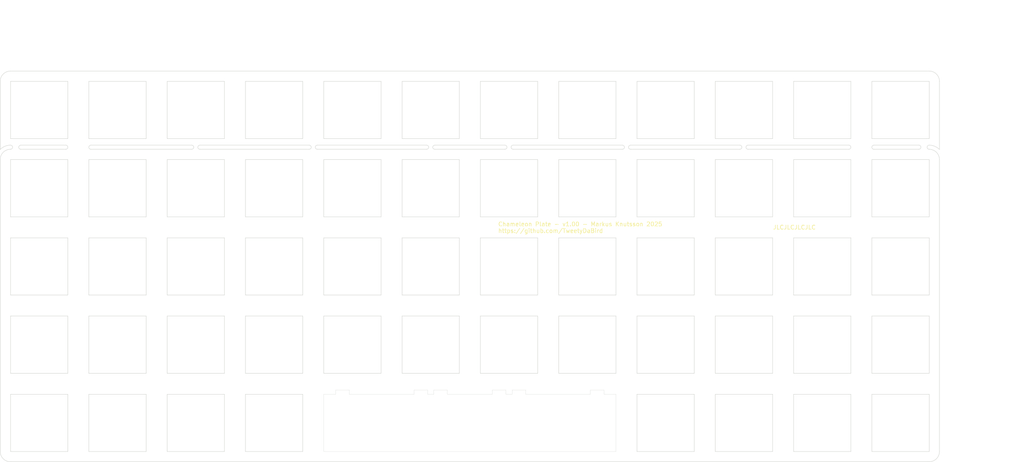
<source format=kicad_pcb>
(kicad_pcb (version 20241229) (generator "pcbnew") (generator_version "9.0")
  (title_block (title "Chameleon Plate") (date "2025-11-29") (rev "v1.00") (company "Tweety's Wild Thinking") (comment 1 "Markus Knutsson <markus.knutsson@tweety.se>") (comment 2 "https://github.com/TweetyDaBird") (comment 3 "Licensed under Creative Commons BY-SA 4.0 International "))
  (layers (0 "F.Cu" signal) (2 "B.Cu" signal) (13 "F.Paste" user) (15 "B.Paste" user) (5 "F.SilkS" user "F.Silkscreen") (7 "B.SilkS" user "B.Silkscreen") (1 "F.Mask" user) (3 "B.Mask" user) (25 "Edge.Cuts" user))
  (net 0 "")
  (footprint "Keyboard_Plate:SW_MX_Plate_Placeholder_nodrill_NOBORDER_13,9" (layer "F.Cu") (at 61.18 92.03)
    (property "Reference" "SW26" (hide yes))
    (property "Value" "PG151101S11" (hide yes))
    (fp_line (start -6.95 -6.95) (end -6.95 6.95) (stroke (width 0.1)) (layer "Edge.Cuts"))
    (fp_line (start -6.95 6.95) (end 6.95 6.95) (stroke (width 0.1)) (layer "Edge.Cuts"))
    (fp_line (start 6.95 -6.95) (end -6.95 -6.95) (stroke (width 0.1)) (layer "Edge.Cuts"))
    (fp_line (start 6.95 6.95) (end 6.95 -6.95) (stroke (width 0.1)) (layer "Edge.Cuts"))
  )
  (footprint "Keyboard_Plate:Spacer Plate hole" (layer "F.Cu") (at 51.68 63.53)
    (property "Reference" "H6" (hide yes))
    (property "Value" "Spacer_PCB" (hide yes))
    (pad "" np_thru_hole circle (at 0 0) (size 2.5 2.5) (drill 2.5) (layers "*.Cu" "*.Mask"))
  )
  (footprint "Keyboard_Plate:SW_MX_Plate_Placeholder_nodrill_NOBORDER_13,9" (layer "F.Cu") (at 213.18 73.03)
    (property "Reference" "SW22" (hide yes))
    (property "Value" "PG151101S11" (hide yes))
    (fp_line (start -6.95 -6.95) (end -6.95 6.95) (stroke (width 0.1)) (layer "Edge.Cuts"))
    (fp_line (start -6.95 6.95) (end 6.95 6.95) (stroke (width 0.1)) (layer "Edge.Cuts"))
    (fp_line (start 6.95 -6.95) (end -6.95 -6.95) (stroke (width 0.1)) (layer "Edge.Cuts"))
    (fp_line (start 6.95 6.95) (end 6.95 -6.95) (stroke (width 0.1)) (layer "Edge.Cuts"))
  )
  (footprint "Keyboard_Plate:SW_MX_Plate_Placeholder_nodrill_NOBORDER_13,9" (layer "F.Cu") (at 213.18 54.03)
    (property "Reference" "SW10" (hide yes))
    (property "Value" "PG151101S11" (hide yes))
    (fp_line (start -6.95 -6.95) (end -6.95 6.95) (stroke (width 0.1)) (layer "Edge.Cuts"))
    (fp_line (start -6.95 6.95) (end 6.95 6.95) (stroke (width 0.1)) (layer "Edge.Cuts"))
    (fp_line (start 6.95 -6.95) (end -6.95 -6.95) (stroke (width 0.1)) (layer "Edge.Cuts"))
    (fp_line (start 6.95 6.95) (end 6.95 -6.95) (stroke (width 0.1)) (layer "Edge.Cuts"))
  )
  (footprint "Keyboard_Plate:Spacer Plate hole" (layer "F.Cu") (at 89.73 120.53)
    (property "Reference" "H13" (hide yes))
    (property "Value" "Spacer_PCB" (hide yes))
    (pad "" np_thru_hole circle (at 0 0) (size 2.5 2.5) (drill 2.5) (layers "*.Cu" "*.Mask"))
  )
  (footprint "Keyboard_Plate:SW_MX_Plate_Placeholder_nodrill_NOBORDER_13,9" (layer "F.Cu") (at 61.18 111.03)
    (property "Reference" "SW38" (hide yes))
    (property "Value" "PG151101S11" (hide yes))
    (fp_line (start -6.95 -6.95) (end -6.95 6.95) (stroke (width 0.1)) (layer "Edge.Cuts"))
    (fp_line (start -6.95 6.95) (end 6.95 6.95) (stroke (width 0.1)) (layer "Edge.Cuts"))
    (fp_line (start 6.95 -6.95) (end -6.95 -6.95) (stroke (width 0.1)) (layer "Edge.Cuts"))
    (fp_line (start 6.95 6.95) (end 6.95 -6.95) (stroke (width 0.1)) (layer "Edge.Cuts"))
  )
  (footprint "Keyboard_Plate:SW_MX_Plate_Placeholder_nodrill_NOBORDER_13,9" (layer "F.Cu") (at 194.18 130.03)
    (property "Reference" "SW57" (hide yes))
    (property "Value" "PG151101S11" (hide yes))
    (fp_line (start -6.95 -6.95) (end -6.95 6.95) (stroke (width 0.1)) (layer "Edge.Cuts"))
    (fp_line (start -6.95 6.95) (end 6.95 6.95) (stroke (width 0.1)) (layer "Edge.Cuts"))
    (fp_line (start 6.95 -6.95) (end -6.95 -6.95) (stroke (width 0.1)) (layer "Edge.Cuts"))
    (fp_line (start 6.95 6.95) (end 6.95 -6.95) (stroke (width 0.1)) (layer "Edge.Cuts"))
  )
  (footprint "Keyboard_Plate:Special 4u center 19mm" (layer "F.Cu") (at 146.68 130.03 180)
    (property "Reference" "REF**" (hide yes))
    (property "Value" "Special 4u center 19mm")
    (fp_line (start 35.45 6.95) (end 35.45 -6.95) (stroke (width 0.05)) (layer "Edge.Cuts"))
    (fp_line (start 35.45 6.95) (end 32.55 6.95) (stroke (width 0.05)) (layer "Edge.Cuts"))
    (fp_line (start 32.55 7.97) (end 32.55 6.95) (stroke (width 0.05)) (layer "Edge.Cuts"))
    (fp_line (start 29.25 7.97) (end 32.55 7.97) (stroke (width 0.05)) (layer "Edge.Cuts"))
    (fp_line (start 29.25 7.97) (end 29.25 6.95) (stroke (width 0.05)) (layer "Edge.Cuts"))
    (fp_line (start 13.55 7.97) (end 13.55 6.95) (stroke (width 0.05)) (layer "Edge.Cuts"))
    (fp_line (start 13.55 6.95) (end 29.25 6.95) (stroke (width 0.05)) (layer "Edge.Cuts"))
    (fp_line (start 10.25 7.97) (end 13.55 7.97) (stroke (width 0.05)) (layer "Edge.Cuts"))
    (fp_line (start 10.25 7.97) (end 10.25 6.95) (stroke (width 0.05)) (layer "Edge.Cuts"))
    (fp_line (start 10.25 6.95) (end 8.75 6.95) (stroke (width 0.05)) (layer "Edge.Cuts"))
    (fp_line (start 8.75 7.97) (end 8.75 6.95) (stroke (width 0.05)) (layer "Edge.Cuts"))
    (fp_line (start 5.45 7.97) (end 8.75 7.97) (stroke (width 0.05)) (layer "Edge.Cuts"))
    (fp_line (start 5.45 7.97) (end 5.45 6.95) (stroke (width 0.05)) (layer "Edge.Cuts"))
    (fp_line (start -5.45 7.97) (end -5.45 6.95) (stroke (width 0.05)) (layer "Edge.Cuts"))
    (fp_line (start -5.45 6.95) (end 5.45 6.95) (stroke (width 0.05)) (layer "Edge.Cuts"))
    (fp_line (start -8.75 7.97) (end -5.45 7.97) (stroke (width 0.05)) (layer "Edge.Cuts"))
    (fp_line (start -8.75 7.97) (end -8.75 6.95) (stroke (width 0.05)) (layer "Edge.Cuts"))
    (fp_line (start -8.75 6.95) (end -10.25 6.95) (stroke (width 0.05)) (layer "Edge.Cuts"))
    (fp_line (start -10.25 7.97) (end -10.25 6.95) (stroke (width 0.05)) (layer "Edge.Cuts"))
    (fp_line (start -10.25 7.97) (end -13.55 7.97) (stroke (width 0.05)) (layer "Edge.Cuts"))
    (fp_line (start -13.55 7.97) (end -13.55 6.95) (stroke (width 0.05)) (layer "Edge.Cuts"))
    (fp_line (start -29.25 7.97) (end -29.25 6.95) (stroke (width 0.05)) (layer "Edge.Cuts"))
    (fp_line (start -29.25 7.97) (end -32.55 7.97) (stroke (width 0.05)) (layer "Edge.Cuts"))
    (fp_line (start -29.25 6.95) (end -13.55 6.95) (stroke (width 0.05)) (layer "Edge.Cuts"))
    (fp_line (start -32.55 7.97) (end -32.55 6.95) (stroke (width 0.05)) (layer "Edge.Cuts"))
    (fp_line (start -35.45 6.95) (end -32.55 6.95) (stroke (width 0.05)) (layer "Edge.Cuts"))
    (fp_line (start -35.45 -6.95) (end 35.45 -6.95) (stroke (width 0.05)) (layer "Edge.Cuts"))
    (fp_line (start -35.45 -6.95) (end -35.45 6.95) (stroke (width 0.05)) (layer "Edge.Cuts"))
  )
  (footprint "Keyboard_Plate:SW_MX_Plate_Placeholder_nodrill_NOBORDER_13,9" (layer "F.Cu") (at 42.18 130.03)
    (property "Reference" "SW42" (hide yes))
    (property "Value" "PG151101S11" (hide yes))
    (fp_line (start -6.95 -6.95) (end -6.95 6.95) (stroke (width 0.1)) (layer "Edge.Cuts"))
    (fp_line (start -6.95 6.95) (end 6.95 6.95) (stroke (width 0.1)) (layer "Edge.Cuts"))
    (fp_line (start 6.95 -6.95) (end -6.95 -6.95) (stroke (width 0.1)) (layer "Edge.Cuts"))
    (fp_line (start 6.95 6.95) (end 6.95 -6.95) (stroke (width 0.1)) (layer "Edge.Cuts"))
  )
  (footprint "Keyboard_Plate:SW_MX_Plate_Placeholder_nodrill_NOBORDER_13,9" (layer "F.Cu") (at 194.18 111.03)
    (property "Reference" "SW45" (hide yes))
    (property "Value" "PG151101S11" (hide yes))
    (fp_line (start -6.95 -6.95) (end -6.95 6.95) (stroke (width 0.1)) (layer "Edge.Cuts"))
    (fp_line (start -6.95 6.95) (end 6.95 6.95) (stroke (width 0.1)) (layer "Edge.Cuts"))
    (fp_line (start 6.95 -6.95) (end -6.95 -6.95) (stroke (width 0.1)) (layer "Edge.Cuts"))
    (fp_line (start 6.95 6.95) (end 6.95 -6.95) (stroke (width 0.1)) (layer "Edge.Cuts"))
  )
  (footprint "Keyboard_Plate:SW_MX_Plate_Placeholder_nodrill_NOBORDER_13,9" (layer "F.Cu") (at 118.18 92.03)
    (property "Reference" "SW29" (hide yes))
    (property "Value" "PG151101S11" (hide yes))
    (fp_line (start -6.95 -6.95) (end -6.95 6.95) (stroke (width 0.1)) (layer "Edge.Cuts"))
    (fp_line (start -6.95 6.95) (end 6.95 6.95) (stroke (width 0.1)) (layer "Edge.Cuts"))
    (fp_line (start 6.95 -6.95) (end -6.95 -6.95) (stroke (width 0.1)) (layer "Edge.Cuts"))
    (fp_line (start 6.95 6.95) (end 6.95 -6.95) (stroke (width 0.1)) (layer "Edge.Cuts"))
  )
  (footprint "Keyboard_Plate:SW_MX_Plate_Placeholder_nodrill_NOBORDER_13,9" (layer "F.Cu") (at 251.18 92.03)
    (property "Reference" "SW36" (hide yes))
    (property "Value" "PG151101S11" (hide yes))
    (fp_line (start -6.95 -6.95) (end -6.95 6.95) (stroke (width 0.1)) (layer "Edge.Cuts"))
    (fp_line (start -6.95 6.95) (end 6.95 6.95) (stroke (width 0.1)) (layer "Edge.Cuts"))
    (fp_line (start 6.95 -6.95) (end -6.95 -6.95) (stroke (width 0.1)) (layer "Edge.Cuts"))
    (fp_line (start 6.95 6.95) (end 6.95 -6.95) (stroke (width 0.1)) (layer "Edge.Cuts"))
  )
  (footprint "Keyboard_Plate:SW_MX_Plate_Placeholder_nodrill_NOBORDER_13,9" (layer "F.Cu") (at 175.18 111.03)
    (property "Reference" "SW37" (hide yes))
    (property "Value" "PG151101S11" (hide yes))
    (fp_line (start -6.95 -6.95) (end -6.95 6.95) (stroke (width 0.1)) (layer "Edge.Cuts"))
    (fp_line (start -6.95 6.95) (end 6.95 6.95) (stroke (width 0.1)) (layer "Edge.Cuts"))
    (fp_line (start 6.95 -6.95) (end -6.95 -6.95) (stroke (width 0.1)) (layer "Edge.Cuts"))
    (fp_line (start 6.95 6.95) (end 6.95 -6.95) (stroke (width 0.1)) (layer "Edge.Cuts"))
  )
  (footprint "Keyboard_Plate:SW_MX_Plate_Placeholder_nodrill_NOBORDER_13,9" (layer "F.Cu") (at 194.18 54.03)
    (property "Reference" "SW9" (hide yes))
    (property "Value" "PG151101S11" (hide yes))
    (fp_line (start -6.95 -6.95) (end -6.95 6.95) (stroke (width 0.1)) (layer "Edge.Cuts"))
    (fp_line (start -6.95 6.95) (end 6.95 6.95) (stroke (width 0.1)) (layer "Edge.Cuts"))
    (fp_line (start 6.95 -6.95) (end -6.95 -6.95) (stroke (width 0.1)) (layer "Edge.Cuts"))
    (fp_line (start 6.95 6.95) (end 6.95 -6.95) (stroke (width 0.1)) (layer "Edge.Cuts"))
  )
  (footprint "Keyboard_Plate:SW_MX_Plate_Placeholder_nodrill_NOBORDER_13,9" (layer "F.Cu") (at 156.18 111.03)
    (property "Reference" "SW12" (hide yes))
    (property "Value" "PG151101S11" (hide yes))
    (fp_line (start -6.95 -6.95) (end -6.95 6.95) (stroke (width 0.1)) (layer "Edge.Cuts"))
    (fp_line (start -6.95 6.95) (end 6.95 6.95) (stroke (width 0.1)) (layer "Edge.Cuts"))
    (fp_line (start 6.95 -6.95) (end -6.95 -6.95) (stroke (width 0.1)) (layer "Edge.Cuts"))
    (fp_line (start 6.95 6.95) (end 6.95 -6.95) (stroke (width 0.1)) (layer "Edge.Cuts"))
  )
  (footprint "Keyboard_Plate:Spacer Plate hole" (layer "F.Cu") (at 89.73 82.53)
    (property "Reference" "H14" (hide yes))
    (property "Value" "Spacer_PCB" (hide yes))
    (pad "" np_thru_hole circle (at 0 0) (size 2.5 2.5) (drill 2.5) (layers "*.Cu" "*.Mask"))
  )
  (footprint "Keyboard_Plate:SW_MX_Plate_Placeholder_nodrill_NOBORDER_13,9" (layer "F.Cu") (at 232.18 130.03)
    (property "Reference" "SW59" (hide yes))
    (property "Value" "PG151101S11" (hide yes))
    (fp_line (start -6.95 -6.95) (end -6.95 6.95) (stroke (width 0.1)) (layer "Edge.Cuts"))
    (fp_line (start -6.95 6.95) (end 6.95 6.95) (stroke (width 0.1)) (layer "Edge.Cuts"))
    (fp_line (start 6.95 -6.95) (end -6.95 -6.95) (stroke (width 0.1)) (layer "Edge.Cuts"))
    (fp_line (start 6.95 6.95) (end 6.95 -6.95) (stroke (width 0.1)) (layer "Edge.Cuts"))
  )
  (footprint "Keyboard_Plate:SW_MX_Plate_Placeholder_nodrill_NOBORDER_13,9" (layer "F.Cu") (at 137.18 92.03)
    (property "Reference" "SW30" (hide yes))
    (property "Value" "PG151101S11" (hide yes))
    (fp_line (start -6.95 -6.95) (end -6.95 6.95) (stroke (width 0.1)) (layer "Edge.Cuts"))
    (fp_line (start -6.95 6.95) (end 6.95 6.95) (stroke (width 0.1)) (layer "Edge.Cuts"))
    (fp_line (start 6.95 -6.95) (end -6.95 -6.95) (stroke (width 0.1)) (layer "Edge.Cuts"))
    (fp_line (start 6.95 6.95) (end 6.95 -6.95) (stroke (width 0.1)) (layer "Edge.Cuts"))
  )
  (footprint "Keyboard_Plate:SW_MX_Plate_Placeholder_nodrill_NOBORDER_13,9" (layer "F.Cu") (at 137.18 111.03)
    (property "Reference" "SW1" (hide yes))
    (property "Value" "PG151101S11" (hide yes))
    (fp_line (start -6.95 -6.95) (end -6.95 6.95) (stroke (width 0.1)) (layer "Edge.Cuts"))
    (fp_line (start -6.95 6.95) (end 6.95 6.95) (stroke (width 0.1)) (layer "Edge.Cuts"))
    (fp_line (start 6.95 -6.95) (end -6.95 -6.95) (stroke (width 0.1)) (layer "Edge.Cuts"))
    (fp_line (start 6.95 6.95) (end 6.95 -6.95) (stroke (width 0.1)) (layer "Edge.Cuts"))
  )
  (footprint "Keyboard_Plate:SW_MX_Plate_Placeholder_nodrill_NOBORDER_13,9" (layer "F.Cu") (at 156.18 73.03)
    (property "Reference" "SW19" (hide yes))
    (property "Value" "PG151101S11" (hide yes))
    (fp_line (start -6.95 -6.95) (end -6.95 6.95) (stroke (width 0.1)) (layer "Edge.Cuts"))
    (fp_line (start -6.95 6.95) (end 6.95 6.95) (stroke (width 0.1)) (layer "Edge.Cuts"))
    (fp_line (start 6.95 -6.95) (end -6.95 -6.95) (stroke (width 0.1)) (layer "Edge.Cuts"))
    (fp_line (start 6.95 6.95) (end 6.95 -6.95) (stroke (width 0.1)) (layer "Edge.Cuts"))
  )
  (footprint "Keyboard_Plate:SW_MX_Plate_Placeholder_nodrill_NOBORDER_13,9" (layer "F.Cu") (at 175.18 54.03)
    (property "Reference" "SW8" (hide yes))
    (property "Value" "PG151101S11" (hide yes))
    (fp_line (start -6.95 -6.95) (end -6.95 6.95) (stroke (width 0.1)) (layer "Edge.Cuts"))
    (fp_line (start -6.95 6.95) (end 6.95 6.95) (stroke (width 0.1)) (layer "Edge.Cuts"))
    (fp_line (start 6.95 -6.95) (end -6.95 -6.95) (stroke (width 0.1)) (layer "Edge.Cuts"))
    (fp_line (start 6.95 6.95) (end 6.95 -6.95) (stroke (width 0.1)) (layer "Edge.Cuts"))
  )
  (footprint "Keyboard_Plate:Spacer Plate hole" (layer "F.Cu") (at 241.68 101.53)
    (property "Reference" "H4" (hide yes))
    (property "Value" "Spacer_PCB" (hide yes))
    (pad "" np_thru_hole circle (at 0 0) (size 2.5 2.5) (drill 2.5) (layers "*.Cu" "*.Mask"))
  )
  (footprint "Keyboard_Plate:SW_MX_Plate_Placeholder_nodrill_NOBORDER_13,9" (layer "F.Cu") (at 232.18 73.03)
    (property "Reference" "SW23" (hide yes))
    (property "Value" "PG151101S11" (hide yes))
    (fp_line (start -6.95 -6.95) (end -6.95 6.95) (stroke (width 0.1)) (layer "Edge.Cuts"))
    (fp_line (start -6.95 6.95) (end 6.95 6.95) (stroke (width 0.1)) (layer "Edge.Cuts"))
    (fp_line (start 6.95 -6.95) (end -6.95 -6.95) (stroke (width 0.1)) (layer "Edge.Cuts"))
    (fp_line (start 6.95 6.95) (end 6.95 -6.95) (stroke (width 0.1)) (layer "Edge.Cuts"))
  )
  (footprint "Keyboard_Plate:SW_MX_Plate_Placeholder_nodrill_NOBORDER_13,9" (layer "F.Cu") (at 118.18 111.03)
    (property "Reference" "SW48" (hide yes))
    (property "Value" "PG151101S11" (hide yes))
    (fp_line (start -6.95 -6.95) (end -6.95 6.95) (stroke (width 0.1)) (layer "Edge.Cuts"))
    (fp_line (start -6.95 6.95) (end 6.95 6.95) (stroke (width 0.1)) (layer "Edge.Cuts"))
    (fp_line (start 6.95 -6.95) (end -6.95 -6.95) (stroke (width 0.1)) (layer "Edge.Cuts"))
    (fp_line (start 6.95 6.95) (end 6.95 -6.95) (stroke (width 0.1)) (layer "Edge.Cuts"))
  )
  (footprint "Keyboard_Plate:SW_MX_Plate_Placeholder_nodrill_NOBORDER_13,9" (layer "F.Cu") (at 156.18 54.03)
    (property "Reference" "SW7" (hide yes))
    (property "Value" "PG151101S11" (hide yes))
    (fp_line (start -6.95 -6.95) (end -6.95 6.95) (stroke (width 0.1)) (layer "Edge.Cuts"))
    (fp_line (start -6.95 6.95) (end 6.95 6.95) (stroke (width 0.1)) (layer "Edge.Cuts"))
    (fp_line (start 6.95 -6.95) (end -6.95 -6.95) (stroke (width 0.1)) (layer "Edge.Cuts"))
    (fp_line (start 6.95 6.95) (end 6.95 -6.95) (stroke (width 0.1)) (layer "Edge.Cuts"))
  )
  (footprint "Keyboard_Plate:SW_MX_Plate_Placeholder_nodrill_NOBORDER_13,9" (layer "F.Cu") (at 80.18 130.03)
    (property "Reference" "SW51" (hide yes))
    (property "Value" "PG151101S11" (hide yes))
    (fp_line (start -6.95 -6.95) (end -6.95 6.95) (stroke (width 0.1)) (layer "Edge.Cuts"))
    (fp_line (start -6.95 6.95) (end 6.95 6.95) (stroke (width 0.1)) (layer "Edge.Cuts"))
    (fp_line (start 6.95 -6.95) (end -6.95 -6.95) (stroke (width 0.1)) (layer "Edge.Cuts"))
    (fp_line (start 6.95 6.95) (end 6.95 -6.95) (stroke (width 0.1)) (layer "Edge.Cuts"))
  )
  (footprint "Keyboard_Plate:SW_MX_Plate_Placeholder_nodrill_NOBORDER_13,9" (layer "F.Cu") (at 118.18 54.03)
    (property "Reference" "SW5" (hide yes))
    (property "Value" "PG151101S11" (hide yes))
    (fp_line (start -6.95 -6.95) (end -6.95 6.95) (stroke (width 0.1)) (layer "Edge.Cuts"))
    (fp_line (start -6.95 6.95) (end 6.95 6.95) (stroke (width 0.1)) (layer "Edge.Cuts"))
    (fp_line (start 6.95 -6.95) (end -6.95 -6.95) (stroke (width 0.1)) (layer "Edge.Cuts"))
    (fp_line (start 6.95 6.95) (end 6.95 -6.95) (stroke (width 0.1)) (layer "Edge.Cuts"))
  )
  (footprint "Keyboard_Plate:SW_MX_Plate_Placeholder_nodrill_NOBORDER_13,9" (layer "F.Cu") (at 213.18 92.03)
    (property "Reference" "SW34" (hide yes))
    (property "Value" "PG151101S11" (hide yes))
    (fp_line (start -6.95 -6.95) (end -6.95 6.95) (stroke (width 0.1)) (layer "Edge.Cuts"))
    (fp_line (start -6.95 6.95) (end 6.95 6.95) (stroke (width 0.1)) (layer "Edge.Cuts"))
    (fp_line (start 6.95 -6.95) (end -6.95 -6.95) (stroke (width 0.1)) (layer "Edge.Cuts"))
    (fp_line (start 6.95 6.95) (end 6.95 -6.95) (stroke (width 0.1)) (layer "Edge.Cuts"))
  )
  (footprint "Keyboard_Plate:SW_MX_Plate_Placeholder_nodrill_NOBORDER_13,9" (layer "F.Cu") (at 42.18 92.03)
    (property "Reference" "SW25" (hide yes))
    (property "Value" "PG151101S11" (hide yes))
    (fp_line (start -6.95 -6.95) (end -6.95 6.95) (stroke (width 0.1)) (layer "Edge.Cuts"))
    (fp_line (start -6.95 6.95) (end 6.95 6.95) (stroke (width 0.1)) (layer "Edge.Cuts"))
    (fp_line (start 6.95 -6.95) (end -6.95 -6.95) (stroke (width 0.1)) (layer "Edge.Cuts"))
    (fp_line (start 6.95 6.95) (end 6.95 -6.95) (stroke (width 0.1)) (layer "Edge.Cuts"))
  )
  (footprint "Keyboard_Plate:SW_MX_Plate_Placeholder_nodrill_NOBORDER_13,9" (layer "F.Cu") (at 137.18 54.03)
    (property "Reference" "SW6" (hide yes))
    (property "Value" "PG151101S11" (hide yes))
    (fp_line (start -6.95 -6.95) (end -6.95 6.95) (stroke (width 0.1)) (layer "Edge.Cuts"))
    (fp_line (start -6.95 6.95) (end 6.95 6.95) (stroke (width 0.1)) (layer "Edge.Cuts"))
    (fp_line (start 6.95 -6.95) (end -6.95 -6.95) (stroke (width 0.1)) (layer "Edge.Cuts"))
    (fp_line (start 6.95 6.95) (end 6.95 -6.95) (stroke (width 0.1)) (layer "Edge.Cuts"))
  )
  (footprint "Keyboard_Plate:SW_MX_Plate_Placeholder_nodrill_NOBORDER_13,9" (layer "F.Cu") (at 213.18 130.03)
    (property "Reference" "SW58" (hide yes))
    (property "Value" "PG151101S11" (hide yes))
    (fp_line (start -6.95 -6.95) (end -6.95 6.95) (stroke (width 0.1)) (layer "Edge.Cuts"))
    (fp_line (start -6.95 6.95) (end 6.95 6.95) (stroke (width 0.1)) (layer "Edge.Cuts"))
    (fp_line (start 6.95 -6.95) (end -6.95 -6.95) (stroke (width 0.1)) (layer "Edge.Cuts"))
    (fp_line (start 6.95 6.95) (end 6.95 -6.95) (stroke (width 0.1)) (layer "Edge.Cuts"))
  )
  (footprint "Keyboard_Plate:SW_MX_Plate_Placeholder_nodrill_NOBORDER_13,9" (layer "F.Cu") (at 175.18 73.03)
    (property "Reference" "SW20" (hide yes))
    (property "Value" "PG151101S11" (hide yes))
    (fp_line (start -6.95 -6.95) (end -6.95 6.95) (stroke (width 0.1)) (layer "Edge.Cuts"))
    (fp_line (start -6.95 6.95) (end 6.95 6.95) (stroke (width 0.1)) (layer "Edge.Cuts"))
    (fp_line (start 6.95 -6.95) (end -6.95 -6.95) (stroke (width 0.1)) (layer "Edge.Cuts"))
    (fp_line (start 6.95 6.95) (end 6.95 -6.95) (stroke (width 0.1)) (layer "Edge.Cuts"))
  )
  (footprint "Keyboard_Plate:SW_MX_Plate_Placeholder_nodrill_NOBORDER_13,9" (layer "F.Cu") (at 251.18 73.03)
    (property "Reference" "SW24" (hide yes))
    (property "Value" "PG151101S11" (hide yes))
    (fp_line (start -6.95 -6.95) (end -6.95 6.95) (stroke (width 0.1)) (layer "Edge.Cuts"))
    (fp_line (start -6.95 6.95) (end 6.95 6.95) (stroke (width 0.1)) (layer "Edge.Cuts"))
    (fp_line (start 6.95 -6.95) (end -6.95 -6.95) (stroke (width 0.1)) (layer "Edge.Cuts"))
    (fp_line (start 6.95 6.95) (end 6.95 -6.95) (stroke (width 0.1)) (layer "Edge.Cuts"))
  )
  (footprint "Keyboard_Plate:SW_MX_Plate_Placeholder_nodrill_NOBORDER_13,9" (layer "F.Cu") (at 61.18 130.03)
    (property "Reference" "SW50" (hide yes))
    (property "Value" "PG151101S11" (hide yes))
    (fp_line (start -6.95 -6.95) (end -6.95 6.95) (stroke (width 0.1)) (layer "Edge.Cuts"))
    (fp_line (start -6.95 6.95) (end 6.95 6.95) (stroke (width 0.1)) (layer "Edge.Cuts"))
    (fp_line (start 6.95 -6.95) (end -6.95 -6.95) (stroke (width 0.1)) (layer "Edge.Cuts"))
    (fp_line (start 6.95 6.95) (end 6.95 -6.95) (stroke (width 0.1)) (layer "Edge.Cuts"))
  )
  (footprint "Keyboard_Plate:SW_MX_Plate_Placeholder_nodrill_NOBORDER_13,9" (layer "F.Cu") (at 232.18 54.03)
    (property "Reference" "SW11" (hide yes))
    (property "Value" "PG151101S11" (hide yes))
    (fp_line (start -6.95 -6.95) (end -6.95 6.95) (stroke (width 0.1)) (layer "Edge.Cuts"))
    (fp_line (start -6.95 6.95) (end 6.95 6.95) (stroke (width 0.1)) (layer "Edge.Cuts"))
    (fp_line (start 6.95 -6.95) (end -6.95 -6.95) (stroke (width 0.1)) (layer "Edge.Cuts"))
    (fp_line (start 6.95 6.95) (end 6.95 -6.95) (stroke (width 0.1)) (layer "Edge.Cuts"))
  )
  (footprint "Keyboard_Plate:SW_MX_Plate_Placeholder_nodrill_NOBORDER_13,9" (layer "F.Cu") (at 251.18 130.03)
    (property "Reference" "SW44" (hide yes))
    (property "Value" "PG151101S11" (hide yes))
    (fp_line (start -6.95 -6.95) (end -6.95 6.95) (stroke (width 0.1)) (layer "Edge.Cuts"))
    (fp_line (start -6.95 6.95) (end 6.95 6.95) (stroke (width 0.1)) (layer "Edge.Cuts"))
    (fp_line (start 6.95 -6.95) (end -6.95 -6.95) (stroke (width 0.1)) (layer "Edge.Cuts"))
    (fp_line (start 6.95 6.95) (end 6.95 -6.95) (stroke (width 0.1)) (layer "Edge.Cuts"))
  )
  (footprint "Keyboard_Plate:Spacer Plate hole" (layer "F.Cu") (at 51.68 101.53)
    (property "Reference" "H1" (hide yes))
    (property "Value" "Spacer_PCB" (hide yes))
    (pad "" np_thru_hole circle (at 0 0) (size 2.5 2.5) (drill 2.5) (layers "*.Cu" "*.Mask"))
  )
  (footprint "Keyboard_Plate:SW_MX_Plate_Placeholder_nodrill_NOBORDER_13,9" (layer "F.Cu") (at 137.18 73.03)
    (property "Reference" "SW18" (hide yes))
    (property "Value" "PG151101S11" (hide yes))
    (fp_line (start -6.95 -6.95) (end -6.95 6.95) (stroke (width 0.1)) (layer "Edge.Cuts"))
    (fp_line (start -6.95 6.95) (end 6.95 6.95) (stroke (width 0.1)) (layer "Edge.Cuts"))
    (fp_line (start 6.95 -6.95) (end -6.95 -6.95) (stroke (width 0.1)) (layer "Edge.Cuts"))
    (fp_line (start 6.95 6.95) (end 6.95 -6.95) (stroke (width 0.1)) (layer "Edge.Cuts"))
  )
  (footprint "Keyboard_Plate:SW_MX_Plate_Placeholder_nodrill_NOBORDER_13,9" (layer "F.Cu") (at 80.18 111.03)
    (property "Reference" "SW39" (hide yes))
    (property "Value" "PG151101S11" (hide yes))
    (fp_line (start -6.95 -6.95) (end -6.95 6.95) (stroke (width 0.1)) (layer "Edge.Cuts"))
    (fp_line (start -6.95 6.95) (end 6.95 6.95) (stroke (width 0.1)) (layer "Edge.Cuts"))
    (fp_line (start 6.95 -6.95) (end -6.95 -6.95) (stroke (width 0.1)) (layer "Edge.Cuts"))
    (fp_line (start 6.95 6.95) (end 6.95 -6.95) (stroke (width 0.1)) (layer "Edge.Cuts"))
  )
  (footprint "Keyboard_Plate:SW_MX_Plate_Placeholder_nodrill_NOBORDER_13,9" (layer "F.Cu") (at 99.18 73.03)
    (property "Reference" "SW16" (hide yes))
    (property "Value" "PG151101S11" (hide yes))
    (fp_line (start -6.95 -6.95) (end -6.95 6.95) (stroke (width 0.1)) (layer "Edge.Cuts"))
    (fp_line (start -6.95 6.95) (end 6.95 6.95) (stroke (width 0.1)) (layer "Edge.Cuts"))
    (fp_line (start 6.95 -6.95) (end -6.95 -6.95) (stroke (width 0.1)) (layer "Edge.Cuts"))
    (fp_line (start 6.95 6.95) (end 6.95 -6.95) (stroke (width 0.1)) (layer "Edge.Cuts"))
  )
  (footprint "Keyboard_Plate:Spacer Plate hole" (layer "F.Cu") (at 51.63 120.58)
    (property "Reference" "H2" (hide yes))
    (property "Value" "Spacer_PCB" (hide yes))
    (pad "" np_thru_hole circle (at 0 0) (size 2.5 2.5) (drill 2.5) (layers "*.Cu" "*.Mask"))
  )
  (footprint "Keyboard_Plate:Spacer Plate hole" (layer "F.Cu") (at 241.63 120.58)
    (property "Reference" "H5" (hide yes))
    (property "Value" "Spacer_PCB" (hide yes))
    (pad "" np_thru_hole circle (at 0 0) (size 2.5 2.5) (drill 2.5) (layers "*.Cu" "*.Mask"))
  )
  (footprint "Keyboard_Plate:SW_MX_Plate_Placeholder_nodrill_NOBORDER_13,9" (layer "F.Cu") (at 175.18 92.03)
    (property "Reference" "SW32" (hide yes))
    (property "Value" "PG151101S11" (hide yes))
    (fp_line (start -6.95 -6.95) (end -6.95 6.95) (stroke (width 0.1)) (layer "Edge.Cuts"))
    (fp_line (start -6.95 6.95) (end 6.95 6.95) (stroke (width 0.1)) (layer "Edge.Cuts"))
    (fp_line (start 6.95 -6.95) (end -6.95 -6.95) (stroke (width 0.1)) (layer "Edge.Cuts"))
    (fp_line (start 6.95 6.95) (end 6.95 -6.95) (stroke (width 0.1)) (layer "Edge.Cuts"))
  )
  (footprint "Keyboard_Plate:SW_MX_Plate_Placeholder_nodrill_NOBORDER_13,9" (layer "F.Cu") (at 232.18 111.03)
    (property "Reference" "SW47" (hide yes))
    (property "Value" "PG151101S11" (hide yes))
    (fp_line (start -6.95 -6.95) (end -6.95 6.95) (stroke (width 0.1)) (layer "Edge.Cuts"))
    (fp_line (start -6.95 6.95) (end 6.95 6.95) (stroke (width 0.1)) (layer "Edge.Cuts"))
    (fp_line (start 6.95 -6.95) (end -6.95 -6.95) (stroke (width 0.1)) (layer "Edge.Cuts"))
    (fp_line (start 6.95 6.95) (end 6.95 -6.95) (stroke (width 0.1)) (layer "Edge.Cuts"))
  )
  (footprint "Keyboard_Plate:Spacer Plate hole" (layer "F.Cu") (at 203.63 82.53)
    (property "Reference" "H11" (hide yes))
    (property "Value" "Spacer_PCB" (hide yes))
    (pad "" np_thru_hole circle (at 0 0) (size 2.5 2.5) (drill 2.5) (layers "*.Cu" "*.Mask"))
  )
  (footprint "Keyboard_Plate:SW_MX_Plate_Placeholder_nodrill_NOBORDER_13,9" (layer "F.Cu") (at 194.18 92.03)
    (property "Reference" "SW33" (hide yes))
    (property "Value" "PG151101S11" (hide yes))
    (fp_line (start -6.95 -6.95) (end -6.95 6.95) (stroke (width 0.1)) (layer "Edge.Cuts"))
    (fp_line (start -6.95 6.95) (end 6.95 6.95) (stroke (width 0.1)) (layer "Edge.Cuts"))
    (fp_line (start 6.95 -6.95) (end -6.95 -6.95) (stroke (width 0.1)) (layer "Edge.Cuts"))
    (fp_line (start 6.95 6.95) (end 6.95 -6.95) (stroke (width 0.1)) (layer "Edge.Cuts"))
  )
  (footprint "Keyboard_Plate:SW_MX_Plate_Placeholder_nodrill_NOBORDER_13,9" (layer "F.Cu") (at 99.18 92.03)
    (property "Reference" "SW28" (hide yes))
    (property "Value" "PG151101S11" (hide yes))
    (fp_line (start -6.95 -6.95) (end -6.95 6.95) (stroke (width 0.1)) (layer "Edge.Cuts"))
    (fp_line (start -6.95 6.95) (end 6.95 6.95) (stroke (width 0.1)) (layer "Edge.Cuts"))
    (fp_line (start 6.95 -6.95) (end -6.95 -6.95) (stroke (width 0.1)) (layer "Edge.Cuts"))
    (fp_line (start 6.95 6.95) (end 6.95 -6.95) (stroke (width 0.1)) (layer "Edge.Cuts"))
  )
  (footprint "Keyboard_Plate:Spacer Plate hole" (layer "F.Cu") (at 203.63 120.53)
    (property "Reference" "H12" (hide yes))
    (property "Value" "Spacer_PCB" (hide yes))
    (pad "" np_thru_hole circle (at 0 0) (size 2.5 2.5) (drill 2.5) (layers "*.Cu" "*.Mask"))
  )
  (footprint "Keyboard_Plate:SW_MX_Plate_Placeholder_nodrill_NOBORDER_13,9" (layer "F.Cu") (at 251.18 54.03)
    (property "Reference" "SW41" (hide yes))
    (property "Value" "PG151101S11" (hide yes))
    (fp_line (start -6.95 -6.95) (end -6.95 6.95) (stroke (width 0.1)) (layer "Edge.Cuts"))
    (fp_line (start -6.95 6.95) (end 6.95 6.95) (stroke (width 0.1)) (layer "Edge.Cuts"))
    (fp_line (start 6.95 -6.95) (end -6.95 -6.95) (stroke (width 0.1)) (layer "Edge.Cuts"))
    (fp_line (start 6.95 6.95) (end 6.95 -6.95) (stroke (width 0.1)) (layer "Edge.Cuts"))
  )
  (footprint "Keyboard_Plate:Spacer Plate hole" (layer "F.Cu") (at 241.68 63.53)
    (property "Reference" "H7" (hide yes))
    (property "Value" "Spacer_PCB" (hide yes))
    (pad "" np_thru_hole circle (at 0 0) (size 2.5 2.5) (drill 2.5) (layers "*.Cu" "*.Mask"))
  )
  (footprint "Keyboard_Plate:SW_MX_Plate_Placeholder_nodrill_NOBORDER_13,9" (layer "F.Cu") (at 61.18 73.03)
    (property "Reference" "SW14" (hide yes))
    (property "Value" "PG151101S11" (hide yes))
    (fp_line (start -6.95 -6.95) (end -6.95 6.95) (stroke (width 0.1)) (layer "Edge.Cuts"))
    (fp_line (start -6.95 6.95) (end 6.95 6.95) (stroke (width 0.1)) (layer "Edge.Cuts"))
    (fp_line (start 6.95 -6.95) (end -6.95 -6.95) (stroke (width 0.1)) (layer "Edge.Cuts"))
    (fp_line (start 6.95 6.95) (end 6.95 -6.95) (stroke (width 0.1)) (layer "Edge.Cuts"))
  )
  (footprint "Keyboard_Plate:SW_MX_Plate_Placeholder_nodrill_NOBORDER_13,9" (layer "F.Cu") (at 80.18 54.03 180)
    (property "Reference" "SW3" (hide yes))
    (property "Value" "PG151101S11" (hide yes))
    (fp_line (start 6.95 6.95) (end 6.95 -6.95) (stroke (width 0.1)) (layer "Edge.Cuts"))
    (fp_line (start 6.95 -6.95) (end -6.95 -6.95) (stroke (width 0.1)) (layer "Edge.Cuts"))
    (fp_line (start -6.95 6.95) (end 6.95 6.95) (stroke (width 0.1)) (layer "Edge.Cuts"))
    (fp_line (start -6.95 -6.95) (end -6.95 6.95) (stroke (width 0.1)) (layer "Edge.Cuts"))
  )
  (footprint "Keyboard_Plate:SW_MX_Plate_Placeholder_nodrill_NOBORDER_13,9" (layer "F.Cu") (at 42.18 54.03)
    (property "Reference" "SW54" (hide yes))
    (property "Value" "PG151101S11" (hide yes))
    (fp_line (start -6.95 -6.95) (end -6.95 6.95) (stroke (width 0.1)) (layer "Edge.Cuts"))
    (fp_line (start -6.95 6.95) (end 6.95 6.95) (stroke (width 0.1)) (layer "Edge.Cuts"))
    (fp_line (start 6.95 -6.95) (end -6.95 -6.95) (stroke (width 0.1)) (layer "Edge.Cuts"))
    (fp_line (start 6.95 6.95) (end 6.95 -6.95) (stroke (width 0.1)) (layer "Edge.Cuts"))
  )
  (footprint "Keyboard_Plate:SW_MX_Plate_Placeholder_nodrill_NOBORDER_13,9" (layer "F.Cu") (at 42.18 73.03)
    (property "Reference" "SW13" (hide yes))
    (property "Value" "PG151101S11" (hide yes))
    (fp_line (start -6.95 -6.95) (end -6.95 6.95) (stroke (width 0.1)) (layer "Edge.Cuts"))
    (fp_line (start -6.95 6.95) (end 6.95 6.95) (stroke (width 0.1)) (layer "Edge.Cuts"))
    (fp_line (start 6.95 -6.95) (end -6.95 -6.95) (stroke (width 0.1)) (layer "Edge.Cuts"))
    (fp_line (start 6.95 6.95) (end 6.95 -6.95) (stroke (width 0.1)) (layer "Edge.Cuts"))
  )
  (footprint "Keyboard_Plate:SW_MX_Plate_Placeholder_nodrill_NOBORDER_13,9" (layer "F.Cu") (at 61.18 54.03 180)
    (property "Reference" "SW2" (hide yes))
    (property "Value" "PG151101S11" (hide yes))
    (fp_line (start 6.95 6.95) (end 6.95 -6.95) (stroke (width 0.1)) (layer "Edge.Cuts"))
    (fp_line (start 6.95 -6.95) (end -6.95 -6.95) (stroke (width 0.1)) (layer "Edge.Cuts"))
    (fp_line (start -6.95 6.95) (end 6.95 6.95) (stroke (width 0.1)) (layer "Edge.Cuts"))
    (fp_line (start -6.95 -6.95) (end -6.95 6.95) (stroke (width 0.1)) (layer "Edge.Cuts"))
  )
  (footprint "Keyboard_Plate:SW_MX_Plate_Placeholder_nodrill_NOBORDER_13,9" (layer "F.Cu") (at 194.18 73.03)
    (property "Reference" "SW21" (hide yes))
    (property "Value" "PG151101S11" (hide yes))
    (fp_line (start -6.95 -6.95) (end -6.95 6.95) (stroke (width 0.1)) (layer "Edge.Cuts"))
    (fp_line (start -6.95 6.95) (end 6.95 6.95) (stroke (width 0.1)) (layer "Edge.Cuts"))
    (fp_line (start 6.95 -6.95) (end -6.95 -6.95) (stroke (width 0.1)) (layer "Edge.Cuts"))
    (fp_line (start 6.95 6.95) (end 6.95 -6.95) (stroke (width 0.1)) (layer "Edge.Cuts"))
  )
  (footprint "Keyboard_Plate:SW_MX_Plate_Placeholder_nodrill_NOBORDER_13,9" (layer "F.Cu") (at 42.18 111.03)
    (property "Reference" "SW63" (hide yes))
    (property "Value" "PG151101S11" (hide yes))
    (fp_line (start -6.95 -6.95) (end -6.95 6.95) (stroke (width 0.1)) (layer "Edge.Cuts"))
    (fp_line (start -6.95 6.95) (end 6.95 6.95) (stroke (width 0.1)) (layer "Edge.Cuts"))
    (fp_line (start 6.95 -6.95) (end -6.95 -6.95) (stroke (width 0.1)) (layer "Edge.Cuts"))
    (fp_line (start 6.95 6.95) (end 6.95 -6.95) (stroke (width 0.1)) (layer "Edge.Cuts"))
  )
  (footprint "Keyboard_Plate:SW_MX_Plate_Placeholder_nodrill_NOBORDER_13,9" (layer "F.Cu") (at 213.18 111.03)
    (property "Reference" "SW46" (hide yes))
    (property "Value" "PG151101S11" (hide yes))
    (fp_line (start -6.95 -6.95) (end -6.95 6.95) (stroke (width 0.1)) (layer "Edge.Cuts"))
    (fp_line (start -6.95 6.95) (end 6.95 6.95) (stroke (width 0.1)) (layer "Edge.Cuts"))
    (fp_line (start 6.95 -6.95) (end -6.95 -6.95) (stroke (width 0.1)) (layer "Edge.Cuts"))
    (fp_line (start 6.95 6.95) (end 6.95 -6.95) (stroke (width 0.1)) (layer "Edge.Cuts"))
  )
  (footprint "Keyboard_Plate:SW_MX_Plate_Placeholder_nodrill_NOBORDER_13,9" (layer "F.Cu") (at 251.18 111.03)
    (property "Reference" "SW53" (hide yes))
    (property "Value" "PG151101S11" (hide yes))
    (fp_line (start -6.95 -6.95) (end -6.95 6.95) (stroke (width 0.1)) (layer "Edge.Cuts"))
    (fp_line (start -6.95 6.95) (end 6.95 6.95) (stroke (width 0.1)) (layer "Edge.Cuts"))
    (fp_line (start 6.95 -6.95) (end -6.95 -6.95) (stroke (width 0.1)) (layer "Edge.Cuts"))
    (fp_line (start 6.95 6.95) (end 6.95 -6.95) (stroke (width 0.1)) (layer "Edge.Cuts"))
  )
  (footprint "Keyboard_Plate:SW_MX_Plate_Placeholder_nodrill_NOBORDER_13,9" (layer "F.Cu") (at 118.18 73.03)
    (property "Reference" "SW17" (hide yes))
    (property "Value" "PG151101S11" (hide yes))
    (fp_line (start -6.95 -6.95) (end -6.95 6.95) (stroke (width 0.1)) (layer "Edge.Cuts"))
    (fp_line (start -6.95 6.95) (end 6.95 6.95) (stroke (width 0.1)) (layer "Edge.Cuts"))
    (fp_line (start 6.95 -6.95) (end -6.95 -6.95) (stroke (width 0.1)) (layer "Edge.Cuts"))
    (fp_line (start 6.95 6.95) (end 6.95 -6.95) (stroke (width 0.1)) (layer "Edge.Cuts"))
  )
  (footprint "Keyboard_Plate:SW_MX_Plate_Placeholder_nodrill_NOBORDER_13,9" (layer "F.Cu") (at 80.18 92.03)
    (property "Reference" "SW27" (hide yes))
    (property "Value" "PG151101S11" (hide yes))
    (fp_line (start -6.95 -6.95) (end -6.95 6.95) (stroke (width 0.1)) (layer "Edge.Cuts"))
    (fp_line (start -6.95 6.95) (end 6.95 6.95) (stroke (width 0.1)) (layer "Edge.Cuts"))
    (fp_line (start 6.95 -6.95) (end -6.95 -6.95) (stroke (width 0.1)) (layer "Edge.Cuts"))
    (fp_line (start 6.95 6.95) (end 6.95 -6.95) (stroke (width 0.1)) (layer "Edge.Cuts"))
  )
  (footprint "Keyboard_Plate:SW_MX_Plate_Placeholder_nodrill_NOBORDER_13,9" (layer "F.Cu") (at 99.18 111.03)
    (property "Reference" "SW40" (hide yes))
    (property "Value" "PG151101S11" (hide yes))
    (fp_line (start -6.95 -6.95) (end -6.95 6.95) (stroke (width 0.1)) (layer "Edge.Cuts"))
    (fp_line (start -6.95 6.95) (end 6.95 6.95) (stroke (width 0.1)) (layer "Edge.Cuts"))
    (fp_line (start 6.95 -6.95) (end -6.95 -6.95) (stroke (width 0.1)) (layer "Edge.Cuts"))
    (fp_line (start 6.95 6.95) (end 6.95 -6.95) (stroke (width 0.1)) (layer "Edge.Cuts"))
  )
  (footprint "Keyboard_Plate:Spacer Plate hole" (layer "F.Cu") (at 146.68 82.53)
    (property "Reference" "H9" (hide yes))
    (property "Value" "Spacer_PCB" (hide yes))
    (pad "" np_thru_hole circle (at 0 0) (size 2.5 2.5) (drill 2.5) (layers "*.Cu" "*.Mask"))
  )
  (footprint "Keyboard_Plate:SW_MX_Plate_Placeholder_nodrill_NOBORDER_13,9" (layer "F.Cu") (at 232.18 92.03)
    (property "Reference" "SW35" (hide yes))
    (property "Value" "PG151101S11" (hide yes))
    (fp_line (start -6.95 -6.95) (end -6.95 6.95) (stroke (width 0.1)) (layer "Edge.Cuts"))
    (fp_line (start -6.95 6.95) (end 6.95 6.95) (stroke (width 0.1)) (layer "Edge.Cuts"))
    (fp_line (start 6.95 -6.95) (end -6.95 -6.95) (stroke (width 0.1)) (layer "Edge.Cuts"))
    (fp_line (start 6.95 6.95) (end 6.95 -6.95) (stroke (width 0.1)) (layer "Edge.Cuts"))
  )
  (footprint "Keyboard_Plate:SW_MX_Plate_Placeholder_nodrill_NOBORDER_13,9" (layer "F.Cu") (at 99.18 54.03)
    (property "Reference" "SW4" (hide yes))
    (property "Value" "PG151101S11" (hide yes))
    (fp_line (start -6.95 -6.95) (end -6.95 6.95) (stroke (width 0.1)) (layer "Edge.Cuts"))
    (fp_line (start -6.95 6.95) (end 6.95 6.95) (stroke (width 0.1)) (layer "Edge.Cuts"))
    (fp_line (start 6.95 -6.95) (end -6.95 -6.95) (stroke (width 0.1)) (layer "Edge.Cuts"))
    (fp_line (start 6.95 6.95) (end 6.95 -6.95) (stroke (width 0.1)) (layer "Edge.Cuts"))
  )
  (footprint "Keyboard_Plate:SW_MX_Plate_Placeholder_nodrill_NOBORDER_13,9" (layer "F.Cu") (at 80.18 73.03)
    (property "Reference" "SW15" (hide yes))
    (property "Value" "PG151101S11" (hide yes))
    (fp_line (start -6.95 -6.95) (end -6.95 6.95) (stroke (width 0.1)) (layer "Edge.Cuts"))
    (fp_line (start -6.95 6.95) (end 6.95 6.95) (stroke (width 0.1)) (layer "Edge.Cuts"))
    (fp_line (start 6.95 -6.95) (end -6.95 -6.95) (stroke (width 0.1)) (layer "Edge.Cuts"))
    (fp_line (start 6.95 6.95) (end 6.95 -6.95) (stroke (width 0.1)) (layer "Edge.Cuts"))
  )
  (footprint "Keyboard_Plate:SW_MX_Plate_Placeholder_nodrill_NOBORDER_13,9" (layer "F.Cu") (at 156.18 92.03)
    (property "Reference" "SW31" (hide yes))
    (property "Value" "PG151101S11" (hide yes))
    (fp_line (start -6.95 -6.95) (end -6.95 6.95) (stroke (width 0.1)) (layer "Edge.Cuts"))
    (fp_line (start -6.95 6.95) (end 6.95 6.95) (stroke (width 0.1)) (layer "Edge.Cuts"))
    (fp_line (start 6.95 -6.95) (end -6.95 -6.95) (stroke (width 0.1)) (layer "Edge.Cuts"))
    (fp_line (start 6.95 6.95) (end 6.95 -6.95) (stroke (width 0.1)) (layer "Edge.Cuts"))
  )
  (footprint "Keyboard_Plate:SW_MX_Plate_Placeholder_nodrill_NOBORDER_13,9" (layer "F.Cu") (at 99.18 130.03)
    (property "Reference" "SW52" (hide yes))
    (property "Value" "PG151101S11" (hide yes))
    (fp_line (start -6.95 -6.95) (end -6.95 6.95) (stroke (width 0.1)) (layer "Edge.Cuts"))
    (fp_line (start -6.95 6.95) (end 6.95 6.95) (stroke (width 0.1)) (layer "Edge.Cuts"))
    (fp_line (start 6.95 -6.95) (end -6.95 -6.95) (stroke (width 0.1)) (layer "Edge.Cuts"))
    (fp_line (start 6.95 6.95) (end 6.95 -6.95) (stroke (width 0.1)) (layer "Edge.Cuts"))
  )
  (gr_line (start 32.72 47.07) (end 32.722538 63.608034) (stroke (width 0.1)) (layer "Edge.Cuts"))
  (gr_arc (start 255.62 62.57) (mid 256.12 63.07) (end 255.62 63.57) (stroke (width 0.1)) (layer "Edge.Cuts"))
  (gr_arc (start 258.12 44.57) (mid 259.887767 45.302233) (end 260.62 47.07) (stroke (width 0.1)) (layer "Edge.Cuts"))
  (gr_line (start 37.72 62.57) (end 48.63 62.570001) (stroke (width 0.1)) (layer "Edge.Cuts"))
  (gr_line (start 238.62 63.57) (end 214.18 63.57) (stroke (width 0.1)) (layer "Edge.Cuts"))
  (gr_line (start 212.18 63.57) (end 185.68 63.57) (stroke (width 0.1)) (layer "Edge.Cuts"))
  (gr_line (start 260.62 66.07) (end 260.62 136.97) (stroke (width 0.1)) (layer "Edge.Cuts"))
  (gr_arc (start 48.63 62.570001) (mid 49.129999 63.07) (end 48.63 63.570001) (stroke (width 0.1)) (layer "Edge.Cuts"))
  (gr_arc (start 185.68 63.57) (mid 185.18 63.07) (end 185.68 62.57) (stroke (width 0.1)) (layer "Edge.Cuts"))
  (gr_arc (start 79.18 62.57) (mid 79.68 63.07) (end 79.18 63.57) (stroke (width 0.1)) (layer "Edge.Cuts"))
  (gr_arc (start 32.72 66.07) (mid 33.452233 64.302233) (end 35.22 63.57) (stroke (width 0.1)) (layer "Edge.Cuts"))
  (gr_line (start 107.68 62.57) (end 81.18 62.57) (stroke (width 0.1)) (layer "Edge.Cuts"))
  (gr_arc (start 214.18 63.57) (mid 213.68 63.07) (end 214.18 62.57) (stroke (width 0.1)) (layer "Edge.Cuts"))
  (gr_line (start 81.18 63.57) (end 107.68 63.57) (stroke (width 0.1)) (layer "Edge.Cuts"))
  (gr_arc (start 258.12 63.57) (mid 259.887767 64.302233) (end 260.62 66.07) (stroke (width 0.1)) (layer "Edge.Cuts"))
  (gr_line (start 136.18 62.57) (end 109.68 62.57) (stroke (width 0.1)) (layer "Edge.Cuts"))
  (gr_arc (start 32.722786 63.607785) (mid 33.868492 62.841278) (end 35.22 62.57) (stroke (width 0.1)) (layer "Edge.Cuts"))
  (gr_arc (start 54.73 63.57) (mid 54.23 63.07) (end 54.73 62.57) (stroke (width 0.1)) (layer "Edge.Cuts"))
  (gr_arc (start 212.18 62.57) (mid 212.68 63.07) (end 212.18 63.57) (stroke (width 0.1)) (layer "Edge.Cuts"))
  (gr_line (start 32.72 66.07) (end 32.72 136.97) (stroke (width 0.1)) (layer "Edge.Cuts"))
  (gr_line (start 54.73 63.57) (end 79.18 63.57) (stroke (width 0.1)) (layer "Edge.Cuts"))
  (gr_line (start 183.68 63.57) (end 157.18 63.57) (stroke (width 0.1)) (layer "Edge.Cuts"))
  (gr_arc (start 138.18 63.57) (mid 137.68 63.07) (end 138.18 62.57) (stroke (width 0.1)) (layer "Edge.Cuts"))
  (gr_line (start 244.72 63.57) (end 255.62 63.57) (stroke (width 0.1)) (layer "Edge.Cuts"))
  (gr_arc (start 258.12 63.57) (mid 257.62 63.07) (end 258.12 62.57) (stroke (width 0.1)) (layer "Edge.Cuts"))
  (gr_arc (start 183.68 62.57) (mid 184.18 63.07) (end 183.68 63.57) (stroke (width 0.1)) (layer "Edge.Cuts"))
  (gr_arc (start 109.68 63.57) (mid 109.18 63.07) (end 109.68 62.57) (stroke (width 0.1)) (layer "Edge.Cuts"))
  (gr_line (start 212.18 62.57) (end 185.68 62.57) (stroke (width 0.1)) (layer "Edge.Cuts"))
  (gr_arc (start 238.62 62.57) (mid 239.12 63.07) (end 238.62 63.57) (stroke (width 0.1)) (layer "Edge.Cuts"))
  (gr_arc (start 107.68 62.57) (mid 108.18 63.07) (end 107.68 63.57) (stroke (width 0.1)) (layer "Edge.Cuts"))
  (gr_line (start 109.68 63.57) (end 136.18 63.57) (stroke (width 0.1)) (layer "Edge.Cuts"))
  (gr_arc (start 32.72 47.07) (mid 33.452233 45.302233) (end 35.22 44.57) (stroke (width 0.1)) (layer "Edge.Cuts"))
  (gr_line (start 183.68 62.57) (end 157.18 62.57) (stroke (width 0.1)) (layer "Edge.Cuts"))
  (gr_arc (start 81.18 63.57) (mid 80.68 63.07) (end 81.18 62.57) (stroke (width 0.1)) (layer "Edge.Cuts"))
  (gr_line (start 238.62 62.57) (end 214.18 62.57) (stroke (width 0.1)) (layer "Edge.Cuts"))
  (gr_line (start 244.72 62.57) (end 255.62 62.57) (stroke (width 0.1)) (layer "Edge.Cuts"))
  (gr_line (start 54.73 62.57) (end 79.18 62.57) (stroke (width 0.1)) (layer "Edge.Cuts"))
  (gr_line (start 260.62 63.608) (end 260.62 47.07) (stroke (width 0.1)) (layer "Edge.Cuts"))
  (gr_arc (start 155.18 62.57) (mid 155.68 63.07) (end 155.18 63.57) (stroke (width 0.1)) (layer "Edge.Cuts"))
  (gr_arc (start 157.18 63.57) (mid 156.68 63.07) (end 157.18 62.57) (stroke (width 0.1)) (layer "Edge.Cuts"))
  (gr_line (start 138.18 62.57) (end 155.18 62.57) (stroke (width 0.1)) (layer "Edge.Cuts"))
  (gr_line (start 35.22 139.47) (end 258.12 139.47) (stroke (width 0.1)) (layer "Edge.Cuts"))
  (gr_arc (start 37.72 63.57) (mid 37.22 63.07) (end 37.72 62.57) (stroke (width 0.1)) (layer "Edge.Cuts"))
  (gr_arc (start 258.122786 62.570215) (mid 259.474293 62.841504) (end 260.62 63.608) (stroke (width 0.1)) (layer "Edge.Cuts"))
  (gr_arc (start 35.22 62.57) (mid 35.72 63.07) (end 35.22 63.57) (stroke (width 0.1)) (layer "Edge.Cuts"))
  (gr_line (start 37.72 63.57) (end 48.63 63.570001) (stroke (width 0.1)) (layer "Edge.Cuts"))
  (gr_arc (start 260.62 136.97) (mid 259.887767 138.737767) (end 258.12 139.47) (stroke (width 0.1)) (layer "Edge.Cuts"))
  (gr_line (start 258.12 44.57) (end 35.22 44.57) (stroke (width 0.1)) (layer "Edge.Cuts"))
  (gr_line (start 138.18 63.57) (end 155.18 63.57) (stroke (width 0.1)) (layer "Edge.Cuts"))
  (gr_arc (start 244.72 63.57) (mid 244.22 63.07) (end 244.72 62.57) (stroke (width 0.1)) (layer "Edge.Cuts"))
  (gr_arc (start 35.22 139.47) (mid 33.452233 138.737767) (end 32.72 136.97) (stroke (width 0.1)) (layer "Edge.Cuts"))
  (gr_arc (start 136.18 62.57) (mid 136.68 63.07) (end 136.18 63.57) (stroke (width 0.1)) (layer "Edge.Cuts"))
  (gr_text "Chameleon Plate - v1.00 - Markus Knutsson 2025\nhttps://github.com/TweetyDaBird" (at 153.475 83.95 0) (layer "F.SilkS") (effects (font (size 1 1) (thickness 0.153) (bold yes)) (justify left bottom)))
  (gr_text "JLCJLCJLCJLC" (at 220.18 83.11 0) (layer "F.SilkS") (effects (font (size 1 1) (thickness 0.153)) (justify left bottom)))
)
</source>
